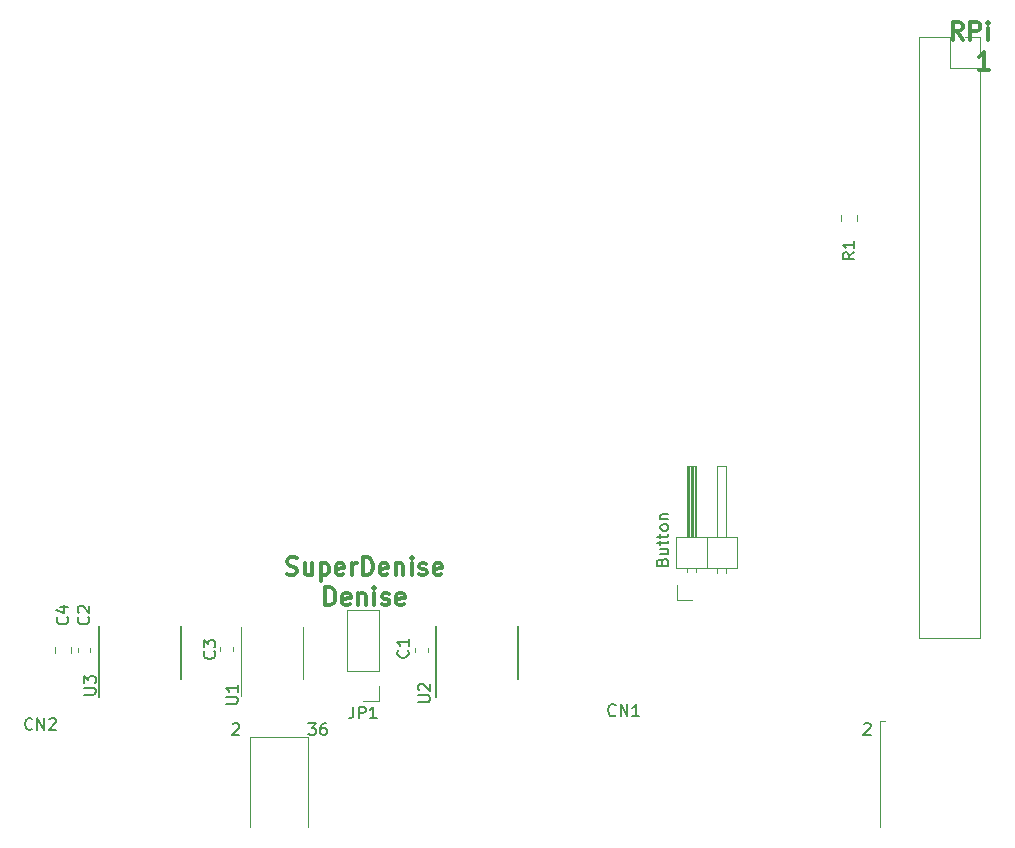
<source format=gbr>
G04 #@! TF.GenerationSoftware,KiCad,Pcbnew,5.1.9-1.fc33*
G04 #@! TF.CreationDate,2021-01-31T23:40:47+01:00*
G04 #@! TF.ProjectId,videocard,76696465-6f63-4617-9264-2e6b69636164,rev?*
G04 #@! TF.SameCoordinates,Original*
G04 #@! TF.FileFunction,Legend,Top*
G04 #@! TF.FilePolarity,Positive*
%FSLAX46Y46*%
G04 Gerber Fmt 4.6, Leading zero omitted, Abs format (unit mm)*
G04 Created by KiCad (PCBNEW 5.1.9-1.fc33) date 2021-01-31 23:40:47*
%MOMM*%
%LPD*%
G01*
G04 APERTURE LIST*
%ADD10C,0.150000*%
%ADD11C,0.300000*%
%ADD12C,0.120000*%
G04 APERTURE END LIST*
D10*
X159186571Y-111077142D02*
X159234190Y-110934285D01*
X159281809Y-110886666D01*
X159377047Y-110839047D01*
X159519904Y-110839047D01*
X159615142Y-110886666D01*
X159662761Y-110934285D01*
X159710380Y-111029523D01*
X159710380Y-111410476D01*
X158710380Y-111410476D01*
X158710380Y-111077142D01*
X158758000Y-110981904D01*
X158805619Y-110934285D01*
X158900857Y-110886666D01*
X158996095Y-110886666D01*
X159091333Y-110934285D01*
X159138952Y-110981904D01*
X159186571Y-111077142D01*
X159186571Y-111410476D01*
X159043714Y-109981904D02*
X159710380Y-109981904D01*
X159043714Y-110410476D02*
X159567523Y-110410476D01*
X159662761Y-110362857D01*
X159710380Y-110267619D01*
X159710380Y-110124761D01*
X159662761Y-110029523D01*
X159615142Y-109981904D01*
X159043714Y-109648571D02*
X159043714Y-109267619D01*
X158710380Y-109505714D02*
X159567523Y-109505714D01*
X159662761Y-109458095D01*
X159710380Y-109362857D01*
X159710380Y-109267619D01*
X159043714Y-109077142D02*
X159043714Y-108696190D01*
X158710380Y-108934285D02*
X159567523Y-108934285D01*
X159662761Y-108886666D01*
X159710380Y-108791428D01*
X159710380Y-108696190D01*
X159710380Y-108220000D02*
X159662761Y-108315238D01*
X159615142Y-108362857D01*
X159519904Y-108410476D01*
X159234190Y-108410476D01*
X159138952Y-108362857D01*
X159091333Y-108315238D01*
X159043714Y-108220000D01*
X159043714Y-108077142D01*
X159091333Y-107981904D01*
X159138952Y-107934285D01*
X159234190Y-107886666D01*
X159519904Y-107886666D01*
X159615142Y-107934285D01*
X159662761Y-107981904D01*
X159710380Y-108077142D01*
X159710380Y-108220000D01*
X159043714Y-107458095D02*
X159710380Y-107458095D01*
X159138952Y-107458095D02*
X159091333Y-107410476D01*
X159043714Y-107315238D01*
X159043714Y-107172380D01*
X159091333Y-107077142D01*
X159186571Y-107029523D01*
X159710380Y-107029523D01*
D11*
X184630000Y-66840571D02*
X184130000Y-66126285D01*
X183772857Y-66840571D02*
X183772857Y-65340571D01*
X184344285Y-65340571D01*
X184487142Y-65412000D01*
X184558571Y-65483428D01*
X184630000Y-65626285D01*
X184630000Y-65840571D01*
X184558571Y-65983428D01*
X184487142Y-66054857D01*
X184344285Y-66126285D01*
X183772857Y-66126285D01*
X185272857Y-66840571D02*
X185272857Y-65340571D01*
X185844285Y-65340571D01*
X185987142Y-65412000D01*
X186058571Y-65483428D01*
X186130000Y-65626285D01*
X186130000Y-65840571D01*
X186058571Y-65983428D01*
X185987142Y-66054857D01*
X185844285Y-66126285D01*
X185272857Y-66126285D01*
X186772857Y-66840571D02*
X186772857Y-65840571D01*
X186772857Y-65340571D02*
X186701428Y-65412000D01*
X186772857Y-65483428D01*
X186844285Y-65412000D01*
X186772857Y-65340571D01*
X186772857Y-65483428D01*
X186844285Y-69390571D02*
X185987142Y-69390571D01*
X186415714Y-69390571D02*
X186415714Y-67890571D01*
X186272857Y-68104857D01*
X186130000Y-68247714D01*
X185987142Y-68319142D01*
X127413571Y-112113142D02*
X127627857Y-112184571D01*
X127984999Y-112184571D01*
X128127857Y-112113142D01*
X128199285Y-112041714D01*
X128270714Y-111898857D01*
X128270714Y-111756000D01*
X128199285Y-111613142D01*
X128127857Y-111541714D01*
X127984999Y-111470285D01*
X127699285Y-111398857D01*
X127556428Y-111327428D01*
X127484999Y-111256000D01*
X127413571Y-111113142D01*
X127413571Y-110970285D01*
X127484999Y-110827428D01*
X127556428Y-110756000D01*
X127699285Y-110684571D01*
X128056428Y-110684571D01*
X128270714Y-110756000D01*
X129556428Y-111184571D02*
X129556428Y-112184571D01*
X128913571Y-111184571D02*
X128913571Y-111970285D01*
X128984999Y-112113142D01*
X129127857Y-112184571D01*
X129342142Y-112184571D01*
X129484999Y-112113142D01*
X129556428Y-112041714D01*
X130270714Y-111184571D02*
X130270714Y-112684571D01*
X130270714Y-111256000D02*
X130413571Y-111184571D01*
X130699285Y-111184571D01*
X130842142Y-111256000D01*
X130913571Y-111327428D01*
X130984999Y-111470285D01*
X130984999Y-111898857D01*
X130913571Y-112041714D01*
X130842142Y-112113142D01*
X130699285Y-112184571D01*
X130413571Y-112184571D01*
X130270714Y-112113142D01*
X132199285Y-112113142D02*
X132056428Y-112184571D01*
X131770714Y-112184571D01*
X131627857Y-112113142D01*
X131556428Y-111970285D01*
X131556428Y-111398857D01*
X131627857Y-111256000D01*
X131770714Y-111184571D01*
X132056428Y-111184571D01*
X132199285Y-111256000D01*
X132270714Y-111398857D01*
X132270714Y-111541714D01*
X131556428Y-111684571D01*
X132913571Y-112184571D02*
X132913571Y-111184571D01*
X132913571Y-111470285D02*
X132984999Y-111327428D01*
X133056428Y-111256000D01*
X133199285Y-111184571D01*
X133342142Y-111184571D01*
X133842142Y-112184571D02*
X133842142Y-110684571D01*
X134199285Y-110684571D01*
X134413571Y-110756000D01*
X134556428Y-110898857D01*
X134627857Y-111041714D01*
X134699285Y-111327428D01*
X134699285Y-111541714D01*
X134627857Y-111827428D01*
X134556428Y-111970285D01*
X134413571Y-112113142D01*
X134199285Y-112184571D01*
X133842142Y-112184571D01*
X135913571Y-112113142D02*
X135770714Y-112184571D01*
X135485000Y-112184571D01*
X135342142Y-112113142D01*
X135270714Y-111970285D01*
X135270714Y-111398857D01*
X135342142Y-111256000D01*
X135485000Y-111184571D01*
X135770714Y-111184571D01*
X135913571Y-111256000D01*
X135985000Y-111398857D01*
X135985000Y-111541714D01*
X135270714Y-111684571D01*
X136627857Y-111184571D02*
X136627857Y-112184571D01*
X136627857Y-111327428D02*
X136699285Y-111256000D01*
X136842142Y-111184571D01*
X137056428Y-111184571D01*
X137199285Y-111256000D01*
X137270714Y-111398857D01*
X137270714Y-112184571D01*
X137985000Y-112184571D02*
X137985000Y-111184571D01*
X137985000Y-110684571D02*
X137913571Y-110756000D01*
X137985000Y-110827428D01*
X138056428Y-110756000D01*
X137985000Y-110684571D01*
X137985000Y-110827428D01*
X138627857Y-112113142D02*
X138770714Y-112184571D01*
X139056428Y-112184571D01*
X139199285Y-112113142D01*
X139270714Y-111970285D01*
X139270714Y-111898857D01*
X139199285Y-111756000D01*
X139056428Y-111684571D01*
X138842142Y-111684571D01*
X138699285Y-111613142D01*
X138627857Y-111470285D01*
X138627857Y-111398857D01*
X138699285Y-111256000D01*
X138842142Y-111184571D01*
X139056428Y-111184571D01*
X139199285Y-111256000D01*
X140485000Y-112113142D02*
X140342142Y-112184571D01*
X140056428Y-112184571D01*
X139913571Y-112113142D01*
X139842142Y-111970285D01*
X139842142Y-111398857D01*
X139913571Y-111256000D01*
X140056428Y-111184571D01*
X140342142Y-111184571D01*
X140485000Y-111256000D01*
X140556428Y-111398857D01*
X140556428Y-111541714D01*
X139842142Y-111684571D01*
X130663571Y-114724571D02*
X130663571Y-113224571D01*
X131020714Y-113224571D01*
X131235000Y-113296000D01*
X131377857Y-113438857D01*
X131449285Y-113581714D01*
X131520714Y-113867428D01*
X131520714Y-114081714D01*
X131449285Y-114367428D01*
X131377857Y-114510285D01*
X131235000Y-114653142D01*
X131020714Y-114724571D01*
X130663571Y-114724571D01*
X132735000Y-114653142D02*
X132592142Y-114724571D01*
X132306428Y-114724571D01*
X132163571Y-114653142D01*
X132092142Y-114510285D01*
X132092142Y-113938857D01*
X132163571Y-113796000D01*
X132306428Y-113724571D01*
X132592142Y-113724571D01*
X132735000Y-113796000D01*
X132806428Y-113938857D01*
X132806428Y-114081714D01*
X132092142Y-114224571D01*
X133449285Y-113724571D02*
X133449285Y-114724571D01*
X133449285Y-113867428D02*
X133520714Y-113796000D01*
X133663571Y-113724571D01*
X133877857Y-113724571D01*
X134020714Y-113796000D01*
X134092142Y-113938857D01*
X134092142Y-114724571D01*
X134806428Y-114724571D02*
X134806428Y-113724571D01*
X134806428Y-113224571D02*
X134735000Y-113296000D01*
X134806428Y-113367428D01*
X134877857Y-113296000D01*
X134806428Y-113224571D01*
X134806428Y-113367428D01*
X135449285Y-114653142D02*
X135592142Y-114724571D01*
X135877857Y-114724571D01*
X136020714Y-114653142D01*
X136092142Y-114510285D01*
X136092142Y-114438857D01*
X136020714Y-114296000D01*
X135877857Y-114224571D01*
X135663571Y-114224571D01*
X135520714Y-114153142D01*
X135449285Y-114010285D01*
X135449285Y-113938857D01*
X135520714Y-113796000D01*
X135663571Y-113724571D01*
X135877857Y-113724571D01*
X136020714Y-113796000D01*
X137306428Y-114653142D02*
X137163571Y-114724571D01*
X136877857Y-114724571D01*
X136735000Y-114653142D01*
X136663571Y-114510285D01*
X136663571Y-113938857D01*
X136735000Y-113796000D01*
X136877857Y-113724571D01*
X137163571Y-113724571D01*
X137306428Y-113796000D01*
X137377857Y-113938857D01*
X137377857Y-114081714D01*
X136663571Y-114224571D01*
D12*
X177620000Y-133517000D02*
X177620000Y-124567000D01*
X177620000Y-124567000D02*
X178020000Y-124567000D01*
X124280000Y-133517000D02*
X124280000Y-125917000D01*
X124280000Y-125917000D02*
X129230000Y-125917000D01*
X129230000Y-125917000D02*
X129230000Y-133517000D01*
X128766000Y-118813500D02*
X128766000Y-116613500D01*
X128766000Y-118813500D02*
X128766000Y-121013500D01*
X123546000Y-118813500D02*
X123546000Y-116613500D01*
X123546000Y-118813500D02*
X123546000Y-122413500D01*
X135188000Y-115129000D02*
X132528000Y-115129000D01*
X135188000Y-120269000D02*
X135188000Y-115129000D01*
X132528000Y-120269000D02*
X132528000Y-115129000D01*
X135188000Y-120269000D02*
X132528000Y-120269000D01*
X135188000Y-121539000D02*
X135188000Y-122869000D01*
X135188000Y-122869000D02*
X133858000Y-122869000D01*
X121791000Y-118305733D02*
X121791000Y-118648267D01*
X122811000Y-118305733D02*
X122811000Y-118648267D01*
X110746000Y-118333733D02*
X110746000Y-118676267D01*
X109726000Y-118333733D02*
X109726000Y-118676267D01*
X138301000Y-118333733D02*
X138301000Y-118676267D01*
X139321000Y-118333733D02*
X139321000Y-118676267D01*
X184785000Y-66615000D02*
X186115000Y-66615000D01*
X186115000Y-66615000D02*
X186115000Y-67945000D01*
X183515000Y-66615000D02*
X183515000Y-69215000D01*
X183515000Y-69215000D02*
X186115000Y-69215000D01*
X186115000Y-69215000D02*
X186115000Y-117535000D01*
X180915000Y-117535000D02*
X186115000Y-117535000D01*
X180915000Y-66615000D02*
X180915000Y-117535000D01*
X180915000Y-66615000D02*
X183515000Y-66615000D01*
X175716000Y-81653748D02*
X175716000Y-82176252D01*
X174296000Y-81653748D02*
X174296000Y-82176252D01*
X160401000Y-114300000D02*
X160401000Y-113030000D01*
X161671000Y-114300000D02*
X160401000Y-114300000D01*
X164591000Y-111987071D02*
X164591000Y-111590000D01*
X163831000Y-111987071D02*
X163831000Y-111590000D01*
X164591000Y-102930000D02*
X164591000Y-108930000D01*
X163831000Y-102930000D02*
X164591000Y-102930000D01*
X163831000Y-108930000D02*
X163831000Y-102930000D01*
X162941000Y-111590000D02*
X162941000Y-108930000D01*
X162051000Y-111920000D02*
X162051000Y-111590000D01*
X161291000Y-111920000D02*
X161291000Y-111590000D01*
X161951000Y-108930000D02*
X161951000Y-102930000D01*
X161831000Y-108930000D02*
X161831000Y-102930000D01*
X161711000Y-108930000D02*
X161711000Y-102930000D01*
X161591000Y-108930000D02*
X161591000Y-102930000D01*
X161471000Y-108930000D02*
X161471000Y-102930000D01*
X161351000Y-108930000D02*
X161351000Y-102930000D01*
X162051000Y-102930000D02*
X162051000Y-108930000D01*
X161291000Y-102930000D02*
X162051000Y-102930000D01*
X161291000Y-108930000D02*
X161291000Y-102930000D01*
X160341000Y-108930000D02*
X160341000Y-111590000D01*
X165541000Y-108930000D02*
X160341000Y-108930000D01*
X165541000Y-111590000D02*
X165541000Y-108930000D01*
X160341000Y-111590000D02*
X165541000Y-111590000D01*
X109168000Y-118229748D02*
X109168000Y-118752252D01*
X107748000Y-118229748D02*
X107748000Y-118752252D01*
D10*
X140071000Y-122495000D02*
X140071000Y-116520000D01*
X146971000Y-120970000D02*
X146971000Y-116520000D01*
X111511000Y-122495000D02*
X111511000Y-116520000D01*
X118411000Y-120970000D02*
X118411000Y-116520000D01*
X122814285Y-124799619D02*
X122861904Y-124752000D01*
X122957142Y-124704380D01*
X123195238Y-124704380D01*
X123290476Y-124752000D01*
X123338095Y-124799619D01*
X123385714Y-124894857D01*
X123385714Y-124990095D01*
X123338095Y-125132952D01*
X122766666Y-125704380D01*
X123385714Y-125704380D01*
X105862523Y-125198142D02*
X105814904Y-125245761D01*
X105672047Y-125293380D01*
X105576809Y-125293380D01*
X105433952Y-125245761D01*
X105338714Y-125150523D01*
X105291095Y-125055285D01*
X105243476Y-124864809D01*
X105243476Y-124721952D01*
X105291095Y-124531476D01*
X105338714Y-124436238D01*
X105433952Y-124341000D01*
X105576809Y-124293380D01*
X105672047Y-124293380D01*
X105814904Y-124341000D01*
X105862523Y-124388619D01*
X106291095Y-125293380D02*
X106291095Y-124293380D01*
X106862523Y-125293380D01*
X106862523Y-124293380D01*
X107291095Y-124388619D02*
X107338714Y-124341000D01*
X107433952Y-124293380D01*
X107672047Y-124293380D01*
X107767285Y-124341000D01*
X107814904Y-124388619D01*
X107862523Y-124483857D01*
X107862523Y-124579095D01*
X107814904Y-124721952D01*
X107243476Y-125293380D01*
X107862523Y-125293380D01*
X176264285Y-124804619D02*
X176311904Y-124757000D01*
X176407142Y-124709380D01*
X176645238Y-124709380D01*
X176740476Y-124757000D01*
X176788095Y-124804619D01*
X176835714Y-124899857D01*
X176835714Y-124995095D01*
X176788095Y-125137952D01*
X176216666Y-125709380D01*
X176835714Y-125709380D01*
X129240476Y-124704380D02*
X129859523Y-124704380D01*
X129526190Y-125085333D01*
X129669047Y-125085333D01*
X129764285Y-125132952D01*
X129811904Y-125180571D01*
X129859523Y-125275809D01*
X129859523Y-125513904D01*
X129811904Y-125609142D01*
X129764285Y-125656761D01*
X129669047Y-125704380D01*
X129383333Y-125704380D01*
X129288095Y-125656761D01*
X129240476Y-125609142D01*
X130716666Y-124704380D02*
X130526190Y-124704380D01*
X130430952Y-124752000D01*
X130383333Y-124799619D01*
X130288095Y-124942476D01*
X130240476Y-125132952D01*
X130240476Y-125513904D01*
X130288095Y-125609142D01*
X130335714Y-125656761D01*
X130430952Y-125704380D01*
X130621428Y-125704380D01*
X130716666Y-125656761D01*
X130764285Y-125609142D01*
X130811904Y-125513904D01*
X130811904Y-125275809D01*
X130764285Y-125180571D01*
X130716666Y-125132952D01*
X130621428Y-125085333D01*
X130430952Y-125085333D01*
X130335714Y-125132952D01*
X130288095Y-125180571D01*
X130240476Y-125275809D01*
X155239523Y-124024142D02*
X155191904Y-124071761D01*
X155049047Y-124119380D01*
X154953809Y-124119380D01*
X154810952Y-124071761D01*
X154715714Y-123976523D01*
X154668095Y-123881285D01*
X154620476Y-123690809D01*
X154620476Y-123547952D01*
X154668095Y-123357476D01*
X154715714Y-123262238D01*
X154810952Y-123167000D01*
X154953809Y-123119380D01*
X155049047Y-123119380D01*
X155191904Y-123167000D01*
X155239523Y-123214619D01*
X155668095Y-124119380D02*
X155668095Y-123119380D01*
X156239523Y-124119380D01*
X156239523Y-123119380D01*
X157239523Y-124119380D02*
X156668095Y-124119380D01*
X156953809Y-124119380D02*
X156953809Y-123119380D01*
X156858571Y-123262238D01*
X156763333Y-123357476D01*
X156668095Y-123405095D01*
X122261380Y-123062904D02*
X123070904Y-123062904D01*
X123166142Y-123015285D01*
X123213761Y-122967666D01*
X123261380Y-122872428D01*
X123261380Y-122681952D01*
X123213761Y-122586714D01*
X123166142Y-122539095D01*
X123070904Y-122491476D01*
X122261380Y-122491476D01*
X123261380Y-121491476D02*
X123261380Y-122062904D01*
X123261380Y-121777190D02*
X122261380Y-121777190D01*
X122404238Y-121872428D01*
X122499476Y-121967666D01*
X122547095Y-122062904D01*
X133024666Y-123321380D02*
X133024666Y-124035666D01*
X132977047Y-124178523D01*
X132881809Y-124273761D01*
X132738952Y-124321380D01*
X132643714Y-124321380D01*
X133500857Y-124321380D02*
X133500857Y-123321380D01*
X133881809Y-123321380D01*
X133977047Y-123369000D01*
X134024666Y-123416619D01*
X134072285Y-123511857D01*
X134072285Y-123654714D01*
X134024666Y-123749952D01*
X133977047Y-123797571D01*
X133881809Y-123845190D01*
X133500857Y-123845190D01*
X135024666Y-124321380D02*
X134453238Y-124321380D01*
X134738952Y-124321380D02*
X134738952Y-123321380D01*
X134643714Y-123464238D01*
X134548476Y-123559476D01*
X134453238Y-123607095D01*
X121261142Y-118643666D02*
X121308761Y-118691285D01*
X121356380Y-118834142D01*
X121356380Y-118929380D01*
X121308761Y-119072238D01*
X121213523Y-119167476D01*
X121118285Y-119215095D01*
X120927809Y-119262714D01*
X120784952Y-119262714D01*
X120594476Y-119215095D01*
X120499238Y-119167476D01*
X120404000Y-119072238D01*
X120356380Y-118929380D01*
X120356380Y-118834142D01*
X120404000Y-118691285D01*
X120451619Y-118643666D01*
X120356380Y-118310333D02*
X120356380Y-117691285D01*
X120737333Y-118024619D01*
X120737333Y-117881761D01*
X120784952Y-117786523D01*
X120832571Y-117738904D01*
X120927809Y-117691285D01*
X121165904Y-117691285D01*
X121261142Y-117738904D01*
X121308761Y-117786523D01*
X121356380Y-117881761D01*
X121356380Y-118167476D01*
X121308761Y-118262714D01*
X121261142Y-118310333D01*
X110593142Y-115736666D02*
X110640761Y-115784285D01*
X110688380Y-115927142D01*
X110688380Y-116022380D01*
X110640761Y-116165238D01*
X110545523Y-116260476D01*
X110450285Y-116308095D01*
X110259809Y-116355714D01*
X110116952Y-116355714D01*
X109926476Y-116308095D01*
X109831238Y-116260476D01*
X109736000Y-116165238D01*
X109688380Y-116022380D01*
X109688380Y-115927142D01*
X109736000Y-115784285D01*
X109783619Y-115736666D01*
X109783619Y-115355714D02*
X109736000Y-115308095D01*
X109688380Y-115212857D01*
X109688380Y-114974761D01*
X109736000Y-114879523D01*
X109783619Y-114831904D01*
X109878857Y-114784285D01*
X109974095Y-114784285D01*
X110116952Y-114831904D01*
X110688380Y-115403333D01*
X110688380Y-114784285D01*
X137644142Y-118544666D02*
X137691761Y-118592285D01*
X137739380Y-118735142D01*
X137739380Y-118830380D01*
X137691761Y-118973238D01*
X137596523Y-119068476D01*
X137501285Y-119116095D01*
X137310809Y-119163714D01*
X137167952Y-119163714D01*
X136977476Y-119116095D01*
X136882238Y-119068476D01*
X136787000Y-118973238D01*
X136739380Y-118830380D01*
X136739380Y-118735142D01*
X136787000Y-118592285D01*
X136834619Y-118544666D01*
X137739380Y-117592285D02*
X137739380Y-118163714D01*
X137739380Y-117878000D02*
X136739380Y-117878000D01*
X136882238Y-117973238D01*
X136977476Y-118068476D01*
X137025095Y-118163714D01*
X175458380Y-84866666D02*
X174982190Y-85200000D01*
X175458380Y-85438095D02*
X174458380Y-85438095D01*
X174458380Y-85057142D01*
X174506000Y-84961904D01*
X174553619Y-84914285D01*
X174648857Y-84866666D01*
X174791714Y-84866666D01*
X174886952Y-84914285D01*
X174934571Y-84961904D01*
X174982190Y-85057142D01*
X174982190Y-85438095D01*
X175458380Y-83914285D02*
X175458380Y-84485714D01*
X175458380Y-84200000D02*
X174458380Y-84200000D01*
X174601238Y-84295238D01*
X174696476Y-84390476D01*
X174744095Y-84485714D01*
X108815142Y-115736666D02*
X108862761Y-115784285D01*
X108910380Y-115927142D01*
X108910380Y-116022380D01*
X108862761Y-116165238D01*
X108767523Y-116260476D01*
X108672285Y-116308095D01*
X108481809Y-116355714D01*
X108338952Y-116355714D01*
X108148476Y-116308095D01*
X108053238Y-116260476D01*
X107958000Y-116165238D01*
X107910380Y-116022380D01*
X107910380Y-115927142D01*
X107958000Y-115784285D01*
X108005619Y-115736666D01*
X108243714Y-114879523D02*
X108910380Y-114879523D01*
X107862761Y-115117619D02*
X108577047Y-115355714D01*
X108577047Y-114736666D01*
X138528380Y-122935904D02*
X139337904Y-122935904D01*
X139433142Y-122888285D01*
X139480761Y-122840666D01*
X139528380Y-122745428D01*
X139528380Y-122554952D01*
X139480761Y-122459714D01*
X139433142Y-122412095D01*
X139337904Y-122364476D01*
X138528380Y-122364476D01*
X138623619Y-121935904D02*
X138576000Y-121888285D01*
X138528380Y-121793047D01*
X138528380Y-121554952D01*
X138576000Y-121459714D01*
X138623619Y-121412095D01*
X138718857Y-121364476D01*
X138814095Y-121364476D01*
X138956952Y-121412095D01*
X139528380Y-121983523D01*
X139528380Y-121364476D01*
X110222380Y-122300904D02*
X111031904Y-122300904D01*
X111127142Y-122253285D01*
X111174761Y-122205666D01*
X111222380Y-122110428D01*
X111222380Y-121919952D01*
X111174761Y-121824714D01*
X111127142Y-121777095D01*
X111031904Y-121729476D01*
X110222380Y-121729476D01*
X110222380Y-121348523D02*
X110222380Y-120729476D01*
X110603333Y-121062809D01*
X110603333Y-120919952D01*
X110650952Y-120824714D01*
X110698571Y-120777095D01*
X110793809Y-120729476D01*
X111031904Y-120729476D01*
X111127142Y-120777095D01*
X111174761Y-120824714D01*
X111222380Y-120919952D01*
X111222380Y-121205666D01*
X111174761Y-121300904D01*
X111127142Y-121348523D01*
M02*

</source>
